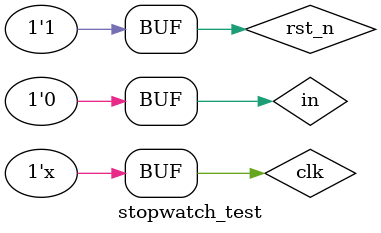
<source format=v>
`timescale 1ns / 1ps

`define BCD_BIT_WIDTH 4 
module stopwatch_test;
    wire state_led;
    wire [`BCD_BIT_WIDTH-1:0] digit1;
    wire [`BCD_BIT_WIDTH-1:0] digit0;
    wire [14:0]led;
    
    reg clk;
    reg rst_n;
    reg in;
    
    stopwatch U0(
        .state_led(state_led),
        .digit1(digit1),
        .digit0(digit0),
        .led(led),
        .clk(clk),
        .rst_n(rst_n),
        .in(in)
    );
    
    always
        #5 clk=~clk;
        
    initial
    begin
    clk=0;rst_n=0;in=0;
    #15 in=1;
    #15 rst_n=1;
    #800 in=0;
    #10 rst_n=0;
    #10 rst_n=1;
    #10 in=1;
    #25 in=0;
    end
endmodule

</source>
